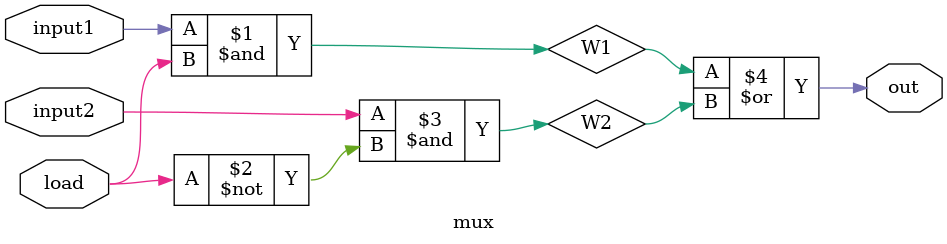
<source format=v>
`timescale 1ns / 1ps
module mux( 
    input input1,
    input input2,
    input load,
    output out
    );
    wire W1, W2;
    and AND1(W1, input1, load);
    and AND2(W2, input2, ~load);
    or OR1(out, W1, W2);
endmodule

</source>
